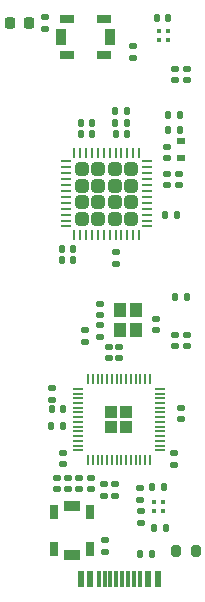
<source format=gbr>
G04 #@! TF.GenerationSoftware,KiCad,Pcbnew,(6.0.5)*
G04 #@! TF.CreationDate,2022-08-24T15:32:52-07:00*
G04 #@! TF.ProjectId,pico-ice,7069636f-2d69-4636-952e-6b696361645f,REV1*
G04 #@! TF.SameCoordinates,Original*
G04 #@! TF.FileFunction,Paste,Top*
G04 #@! TF.FilePolarity,Positive*
%FSLAX46Y46*%
G04 Gerber Fmt 4.6, Leading zero omitted, Abs format (unit mm)*
G04 Created by KiCad (PCBNEW (6.0.5)) date 2022-08-24 15:32:52*
%MOMM*%
%LPD*%
G01*
G04 APERTURE LIST*
G04 Aperture macros list*
%AMRoundRect*
0 Rectangle with rounded corners*
0 $1 Rounding radius*
0 $2 $3 $4 $5 $6 $7 $8 $9 X,Y pos of 4 corners*
0 Add a 4 corners polygon primitive as box body*
4,1,4,$2,$3,$4,$5,$6,$7,$8,$9,$2,$3,0*
0 Add four circle primitives for the rounded corners*
1,1,$1+$1,$2,$3*
1,1,$1+$1,$4,$5*
1,1,$1+$1,$6,$7*
1,1,$1+$1,$8,$9*
0 Add four rect primitives between the rounded corners*
20,1,$1+$1,$2,$3,$4,$5,0*
20,1,$1+$1,$4,$5,$6,$7,0*
20,1,$1+$1,$6,$7,$8,$9,0*
20,1,$1+$1,$8,$9,$2,$3,0*%
G04 Aperture macros list end*
%ADD10RoundRect,0.140000X0.170000X-0.140000X0.170000X0.140000X-0.170000X0.140000X-0.170000X-0.140000X0*%
%ADD11RoundRect,0.135000X-0.185000X0.135000X-0.185000X-0.135000X0.185000X-0.135000X0.185000X0.135000X0*%
%ADD12RoundRect,0.200000X0.200000X0.275000X-0.200000X0.275000X-0.200000X-0.275000X0.200000X-0.275000X0*%
%ADD13RoundRect,0.140000X0.140000X0.170000X-0.140000X0.170000X-0.140000X-0.170000X0.140000X-0.170000X0*%
%ADD14RoundRect,0.140000X-0.170000X0.140000X-0.170000X-0.140000X0.170000X-0.140000X0.170000X0.140000X0*%
%ADD15RoundRect,0.218750X0.218750X0.256250X-0.218750X0.256250X-0.218750X-0.256250X0.218750X-0.256250X0*%
%ADD16RoundRect,0.135000X-0.135000X-0.185000X0.135000X-0.185000X0.135000X0.185000X-0.135000X0.185000X0*%
%ADD17R,0.950000X1.400000*%
%ADD18R,1.150000X0.750000*%
%ADD19RoundRect,0.135000X0.185000X-0.135000X0.185000X0.135000X-0.185000X0.135000X-0.185000X-0.135000X0*%
%ADD20R,0.600000X1.450000*%
%ADD21R,0.300000X1.450000*%
%ADD22R,0.430000X0.430000*%
%ADD23RoundRect,0.140000X-0.140000X-0.170000X0.140000X-0.170000X0.140000X0.170000X-0.140000X0.170000X0*%
%ADD24R,1.400000X0.950000*%
%ADD25R,0.750000X1.150000*%
%ADD26RoundRect,0.250000X0.292217X0.292217X-0.292217X0.292217X-0.292217X-0.292217X0.292217X-0.292217X0*%
%ADD27RoundRect,0.050000X0.387500X0.050000X-0.387500X0.050000X-0.387500X-0.050000X0.387500X-0.050000X0*%
%ADD28RoundRect,0.050000X0.050000X0.387500X-0.050000X0.387500X-0.050000X-0.387500X0.050000X-0.387500X0*%
%ADD29R,1.000000X1.150000*%
%ADD30R,0.700000X0.600000*%
%ADD31RoundRect,0.250000X0.315000X-0.315000X0.315000X0.315000X-0.315000X0.315000X-0.315000X-0.315000X0*%
%ADD32RoundRect,0.062500X0.062500X-0.375000X0.062500X0.375000X-0.062500X0.375000X-0.062500X-0.375000X0*%
%ADD33RoundRect,0.062500X0.375000X-0.062500X0.375000X0.062500X-0.375000X0.062500X-0.375000X-0.062500X0*%
G04 APERTURE END LIST*
D10*
X72364600Y-108176000D03*
X72364600Y-107216000D03*
D11*
X66675000Y-110691200D03*
X66675000Y-111711200D03*
D12*
X78879200Y-124510800D03*
X77229200Y-124510800D03*
D13*
X68475800Y-98933000D03*
X67515800Y-98933000D03*
D14*
X77063600Y-116258400D03*
X77063600Y-117218400D03*
X67081400Y-118315800D03*
X67081400Y-119275800D03*
X69977000Y-118315800D03*
X69977000Y-119275800D03*
D13*
X68475800Y-99898200D03*
X67515800Y-99898200D03*
D15*
X64719300Y-79832200D03*
X63144300Y-79832200D03*
D13*
X67637600Y-112496600D03*
X66677600Y-112496600D03*
X70076000Y-88265000D03*
X69116000Y-88265000D03*
D16*
X77087000Y-102997000D03*
X78107000Y-102997000D03*
D11*
X73533000Y-81786000D03*
X73533000Y-82806000D03*
D13*
X70076000Y-89204800D03*
X69116000Y-89204800D03*
D14*
X78155800Y-106200000D03*
X78155800Y-107160000D03*
D10*
X71501000Y-108176000D03*
X71501000Y-107216000D03*
D16*
X76223400Y-96062800D03*
X77243400Y-96062800D03*
D17*
X71594800Y-80975200D03*
X67444800Y-80975200D03*
D18*
X71094800Y-82500200D03*
X71094800Y-79450200D03*
X67944800Y-82500200D03*
X67944800Y-79450200D03*
D19*
X72034400Y-119890000D03*
X72034400Y-118870000D03*
D14*
X77140000Y-83680000D03*
X77140000Y-84640000D03*
D19*
X71126401Y-119890000D03*
X71126401Y-118870000D03*
D11*
X74168000Y-119149400D03*
X74168000Y-120169400D03*
D14*
X67614800Y-116182200D03*
X67614800Y-117142200D03*
X77419200Y-92608400D03*
X77419200Y-93568400D03*
D20*
X69140000Y-126892000D03*
X69940000Y-126892000D03*
D21*
X71140000Y-126892000D03*
X72140000Y-126892000D03*
X72640000Y-126892000D03*
X73640000Y-126892000D03*
D20*
X74840000Y-126892000D03*
X75640000Y-126892000D03*
X75640000Y-126892000D03*
X74840000Y-126892000D03*
D21*
X74140000Y-126892000D03*
X73140000Y-126892000D03*
X71640000Y-126892000D03*
X70640000Y-126892000D03*
D20*
X69940000Y-126892000D03*
X69140000Y-126892000D03*
D10*
X75488800Y-105839200D03*
X75488800Y-104879200D03*
D14*
X78156000Y-83680000D03*
X78156000Y-84640000D03*
D19*
X71145400Y-124614400D03*
X71145400Y-123594400D03*
D14*
X68046600Y-118315800D03*
X68046600Y-119275800D03*
D16*
X76502800Y-87604600D03*
X77522800Y-87604600D03*
D14*
X77622400Y-112397600D03*
X77622400Y-113357600D03*
D22*
X76534200Y-80463200D03*
X76534200Y-81233200D03*
X75764200Y-81233200D03*
X75764200Y-80463200D03*
D10*
X76454000Y-91236800D03*
X76454000Y-90276800D03*
D19*
X69519800Y-106809000D03*
X69519800Y-105789000D03*
D16*
X66622200Y-113919000D03*
X67642200Y-113919000D03*
D23*
X72085200Y-89204800D03*
X73045200Y-89204800D03*
D24*
X68427600Y-120683200D03*
X68427600Y-124833200D03*
D25*
X69952600Y-121183200D03*
X66902600Y-121183200D03*
X66902600Y-124333200D03*
X69952600Y-124333200D03*
D11*
X72085200Y-99185000D03*
X72085200Y-100205000D03*
D19*
X66090800Y-80316800D03*
X66090800Y-79296800D03*
D26*
X71727100Y-114023100D03*
X71727100Y-112748100D03*
X73002100Y-114023100D03*
X73002100Y-112748100D03*
D27*
X75802100Y-115985600D03*
X75802100Y-115585600D03*
X75802100Y-115185600D03*
X75802100Y-114785600D03*
X75802100Y-114385600D03*
X75802100Y-113985600D03*
X75802100Y-113585600D03*
X75802100Y-113185600D03*
X75802100Y-112785600D03*
X75802100Y-112385600D03*
X75802100Y-111985600D03*
X75802100Y-111585600D03*
X75802100Y-111185600D03*
X75802100Y-110785600D03*
D28*
X74964600Y-109948100D03*
X74564600Y-109948100D03*
X74164600Y-109948100D03*
X73764600Y-109948100D03*
X73364600Y-109948100D03*
X72964600Y-109948100D03*
X72564600Y-109948100D03*
X72164600Y-109948100D03*
X71764600Y-109948100D03*
X71364600Y-109948100D03*
X70964600Y-109948100D03*
X70564600Y-109948100D03*
X70164600Y-109948100D03*
X69764600Y-109948100D03*
D27*
X68927100Y-110785600D03*
X68927100Y-111185600D03*
X68927100Y-111585600D03*
X68927100Y-111985600D03*
X68927100Y-112385600D03*
X68927100Y-112785600D03*
X68927100Y-113185600D03*
X68927100Y-113585600D03*
X68927100Y-113985600D03*
X68927100Y-114385600D03*
X68927100Y-114785600D03*
X68927100Y-115185600D03*
X68927100Y-115585600D03*
X68927100Y-115985600D03*
D28*
X69764600Y-116823100D03*
X70164600Y-116823100D03*
X70564600Y-116823100D03*
X70964600Y-116823100D03*
X71364600Y-116823100D03*
X71764600Y-116823100D03*
X72164600Y-116823100D03*
X72564600Y-116823100D03*
X72964600Y-116823100D03*
X73364600Y-116823100D03*
X73764600Y-116823100D03*
X74164600Y-116823100D03*
X74564600Y-116823100D03*
X74964600Y-116823100D03*
D16*
X72032400Y-87223600D03*
X73052400Y-87223600D03*
D29*
X72426600Y-104077800D03*
X72426600Y-105827800D03*
X73826600Y-105827800D03*
X73826600Y-104077800D03*
D14*
X77139800Y-106200000D03*
X77139800Y-107160000D03*
D30*
X77647800Y-91225600D03*
X77647800Y-89825600D03*
D31*
X73423200Y-94984800D03*
X73423200Y-93584800D03*
X70623200Y-96384800D03*
X73423200Y-92184800D03*
X72023200Y-92184800D03*
X69223200Y-92184800D03*
X69223200Y-94984800D03*
X69223200Y-96384800D03*
X72023200Y-94984800D03*
X70623200Y-92184800D03*
X70623200Y-94984800D03*
X73423200Y-96384800D03*
X72023200Y-93584800D03*
X70623200Y-93584800D03*
X72023200Y-96384800D03*
X69223200Y-93584800D03*
D32*
X68573200Y-97722300D03*
X69073200Y-97722300D03*
X69573200Y-97722300D03*
X70073200Y-97722300D03*
X70573200Y-97722300D03*
X71073200Y-97722300D03*
X71573200Y-97722300D03*
X72073200Y-97722300D03*
X72573200Y-97722300D03*
X73073200Y-97722300D03*
X73573200Y-97722300D03*
X74073200Y-97722300D03*
D33*
X74760700Y-97034800D03*
X74760700Y-96534800D03*
X74760700Y-96034800D03*
X74760700Y-95534800D03*
X74760700Y-95034800D03*
X74760700Y-94534800D03*
X74760700Y-94034800D03*
X74760700Y-93534800D03*
X74760700Y-93034800D03*
X74760700Y-92534800D03*
X74760700Y-92034800D03*
X74760700Y-91534800D03*
D32*
X74073200Y-90847300D03*
X73573200Y-90847300D03*
X73073200Y-90847300D03*
X72573200Y-90847300D03*
X72073200Y-90847300D03*
X71573200Y-90847300D03*
X71073200Y-90847300D03*
X70573200Y-90847300D03*
X70073200Y-90847300D03*
X69573200Y-90847300D03*
X69073200Y-90847300D03*
X68573200Y-90847300D03*
D33*
X67885700Y-91534800D03*
X67885700Y-92034800D03*
X67885700Y-92534800D03*
X67885700Y-93034800D03*
X67885700Y-93534800D03*
X67885700Y-94034800D03*
X67885700Y-94534800D03*
X67885700Y-95034800D03*
X67885700Y-95534800D03*
X67885700Y-96034800D03*
X67885700Y-96534800D03*
X67885700Y-97034800D03*
D13*
X77492800Y-88900000D03*
X76532800Y-88900000D03*
D22*
X76102400Y-120366600D03*
X76102400Y-121136600D03*
X75332400Y-121136600D03*
X75332400Y-120366600D03*
D14*
X69011800Y-118315800D03*
X69011800Y-119275800D03*
D10*
X70789800Y-104569200D03*
X70789800Y-103609200D03*
D19*
X74193400Y-122150600D03*
X74193400Y-121130600D03*
D23*
X72062400Y-88239600D03*
X73022400Y-88239600D03*
D19*
X70789800Y-106428000D03*
X70789800Y-105408000D03*
D16*
X75309000Y-122555000D03*
X76329000Y-122555000D03*
X74140600Y-124739400D03*
X75160600Y-124739400D03*
D14*
X76454000Y-92608400D03*
X76454000Y-93568400D03*
D13*
X76527600Y-79400400D03*
X75567600Y-79400400D03*
X76146600Y-119126000D03*
X75186600Y-119126000D03*
M02*

</source>
